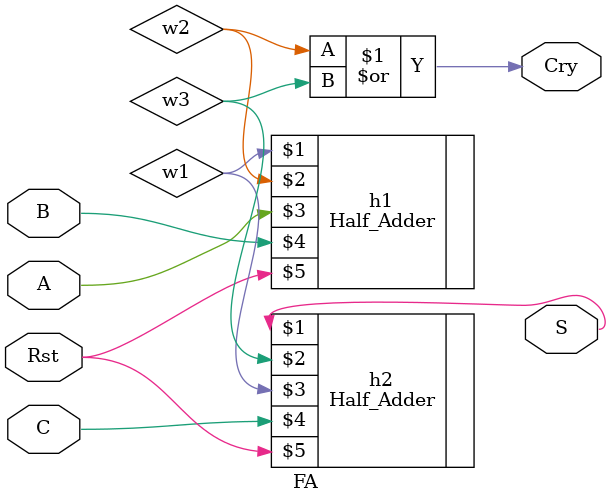
<source format=v>
`timescale 1ns / 1ps
module FA(output S,Cry,input A,B,C,Rst);
Half_Adder h1(w1,w2,A,B,Rst);
Half_Adder h2(S,w3,w1,C,Rst);
or(Cry,w2,w3);
endmodule

</source>
